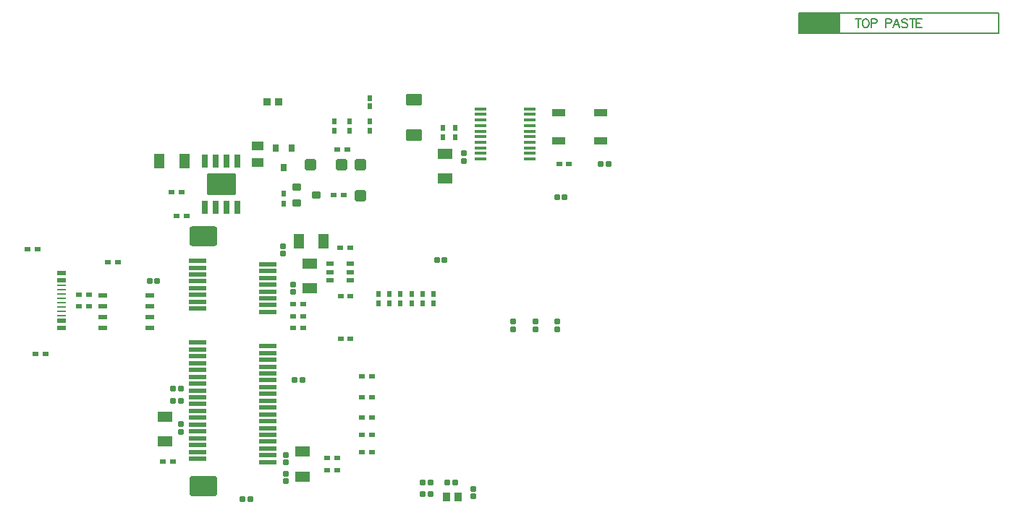
<source format=gtp>
G04*
G04 #@! TF.GenerationSoftware,Altium Limited,Altium Designer,20.0.2 (26)*
G04*
G04 Layer_Color=8421504*
%FSLAX44Y44*%
%MOMM*%
G71*
G01*
G75*
%ADD10C,0.2000*%
%ADD13C,0.1270*%
%ADD14R,4.8260X2.4130*%
%ADD15R,0.7500X0.6000*%
%ADD16R,1.8000X1.3000*%
G04:AMPARAMS|DCode=17|XSize=0.64mm|YSize=0.6mm|CornerRadius=0.045mm|HoleSize=0mm|Usage=FLASHONLY|Rotation=0.000|XOffset=0mm|YOffset=0mm|HoleType=Round|Shape=RoundedRectangle|*
%AMROUNDEDRECTD17*
21,1,0.6400,0.5100,0,0,0.0*
21,1,0.5500,0.6000,0,0,0.0*
1,1,0.0900,0.2750,-0.2550*
1,1,0.0900,-0.2750,-0.2550*
1,1,0.0900,-0.2750,0.2550*
1,1,0.0900,0.2750,0.2550*
%
%ADD17ROUNDEDRECTD17*%
G04:AMPARAMS|DCode=18|XSize=0.4mm|YSize=1.35mm|CornerRadius=0.04mm|HoleSize=0mm|Usage=FLASHONLY|Rotation=270.000|XOffset=0mm|YOffset=0mm|HoleType=Round|Shape=RoundedRectangle|*
%AMROUNDEDRECTD18*
21,1,0.4000,1.2700,0,0,270.0*
21,1,0.3200,1.3500,0,0,270.0*
1,1,0.0800,-0.6350,-0.1600*
1,1,0.0800,-0.6350,0.1600*
1,1,0.0800,0.6350,0.1600*
1,1,0.0800,0.6350,-0.1600*
%
%ADD18ROUNDEDRECTD18*%
G04:AMPARAMS|DCode=19|XSize=1.5mm|YSize=0.9mm|CornerRadius=0.0675mm|HoleSize=0mm|Usage=FLASHONLY|Rotation=180.000|XOffset=0mm|YOffset=0mm|HoleType=Round|Shape=RoundedRectangle|*
%AMROUNDEDRECTD19*
21,1,1.5000,0.7650,0,0,180.0*
21,1,1.3650,0.9000,0,0,180.0*
1,1,0.1350,-0.6825,0.3825*
1,1,0.1350,0.6825,0.3825*
1,1,0.1350,0.6825,-0.3825*
1,1,0.1350,-0.6825,-0.3825*
%
%ADD19ROUNDEDRECTD19*%
G04:AMPARAMS|DCode=20|XSize=0.64mm|YSize=0.6mm|CornerRadius=0.045mm|HoleSize=0mm|Usage=FLASHONLY|Rotation=270.000|XOffset=0mm|YOffset=0mm|HoleType=Round|Shape=RoundedRectangle|*
%AMROUNDEDRECTD20*
21,1,0.6400,0.5100,0,0,270.0*
21,1,0.5500,0.6000,0,0,270.0*
1,1,0.0900,-0.2550,-0.2750*
1,1,0.0900,-0.2550,0.2750*
1,1,0.0900,0.2550,0.2750*
1,1,0.0900,0.2550,-0.2750*
%
%ADD20ROUNDEDRECTD20*%
%ADD21R,0.6000X0.7500*%
G04:AMPARAMS|DCode=22|XSize=1.3mm|YSize=1.3mm|CornerRadius=0.13mm|HoleSize=0mm|Usage=FLASHONLY|Rotation=270.000|XOffset=0mm|YOffset=0mm|HoleType=Round|Shape=RoundedRectangle|*
%AMROUNDEDRECTD22*
21,1,1.3000,1.0400,0,0,270.0*
21,1,1.0400,1.3000,0,0,270.0*
1,1,0.2600,-0.5200,-0.5200*
1,1,0.2600,-0.5200,0.5200*
1,1,0.2600,0.5200,0.5200*
1,1,0.2600,0.5200,-0.5200*
%
%ADD22ROUNDEDRECTD22*%
G04:AMPARAMS|DCode=23|XSize=1.3mm|YSize=1.3mm|CornerRadius=0.13mm|HoleSize=0mm|Usage=FLASHONLY|Rotation=180.000|XOffset=0mm|YOffset=0mm|HoleType=Round|Shape=RoundedRectangle|*
%AMROUNDEDRECTD23*
21,1,1.3000,1.0400,0,0,180.0*
21,1,1.0400,1.3000,0,0,180.0*
1,1,0.2600,-0.5200,0.5200*
1,1,0.2600,0.5200,0.5200*
1,1,0.2600,0.5200,-0.5200*
1,1,0.2600,-0.5200,-0.5200*
%
%ADD23ROUNDEDRECTD23*%
G04:AMPARAMS|DCode=24|XSize=0.8mm|YSize=0.95mm|CornerRadius=0.06mm|HoleSize=0mm|Usage=FLASHONLY|Rotation=90.000|XOffset=0mm|YOffset=0mm|HoleType=Round|Shape=RoundedRectangle|*
%AMROUNDEDRECTD24*
21,1,0.8000,0.8300,0,0,90.0*
21,1,0.6800,0.9500,0,0,90.0*
1,1,0.1200,0.4150,0.3400*
1,1,0.1200,0.4150,-0.3400*
1,1,0.1200,-0.4150,-0.3400*
1,1,0.1200,-0.4150,0.3400*
%
%ADD24ROUNDEDRECTD24*%
%ADD25R,0.8500X0.9500*%
%ADD26R,1.4000X1.1200*%
G04:AMPARAMS|DCode=27|XSize=0.7mm|YSize=0.5mm|CornerRadius=0.0375mm|HoleSize=0mm|Usage=FLASHONLY|Rotation=90.000|XOffset=0mm|YOffset=0mm|HoleType=Round|Shape=RoundedRectangle|*
%AMROUNDEDRECTD27*
21,1,0.7000,0.4250,0,0,90.0*
21,1,0.6250,0.5000,0,0,90.0*
1,1,0.0750,0.2125,0.3125*
1,1,0.0750,0.2125,-0.3125*
1,1,0.0750,-0.2125,-0.3125*
1,1,0.0750,-0.2125,0.3125*
%
%ADD27ROUNDEDRECTD27*%
G04:AMPARAMS|DCode=28|XSize=2mm|YSize=0.59mm|CornerRadius=0.0738mm|HoleSize=0mm|Usage=FLASHONLY|Rotation=0.000|XOffset=0mm|YOffset=0mm|HoleType=Round|Shape=RoundedRectangle|*
%AMROUNDEDRECTD28*
21,1,2.0000,0.4425,0,0,0.0*
21,1,1.8525,0.5900,0,0,0.0*
1,1,0.1475,0.9262,-0.2213*
1,1,0.1475,-0.9262,-0.2213*
1,1,0.1475,-0.9262,0.2213*
1,1,0.1475,0.9262,0.2213*
%
%ADD28ROUNDEDRECTD28*%
G04:AMPARAMS|DCode=29|XSize=3.2mm|YSize=2.3mm|CornerRadius=0.23mm|HoleSize=0mm|Usage=FLASHONLY|Rotation=0.000|XOffset=0mm|YOffset=0mm|HoleType=Round|Shape=RoundedRectangle|*
%AMROUNDEDRECTD29*
21,1,3.2000,1.8400,0,0,0.0*
21,1,2.7400,2.3000,0,0,0.0*
1,1,0.4600,1.3700,-0.9200*
1,1,0.4600,-1.3700,-0.9200*
1,1,0.4600,-1.3700,0.9200*
1,1,0.4600,1.3700,0.9200*
%
%ADD29ROUNDEDRECTD29*%
G04:AMPARAMS|DCode=30|XSize=3.2mm|YSize=2.3mm|CornerRadius=0.1725mm|HoleSize=0mm|Usage=FLASHONLY|Rotation=0.000|XOffset=0mm|YOffset=0mm|HoleType=Round|Shape=RoundedRectangle|*
%AMROUNDEDRECTD30*
21,1,3.2000,1.9550,0,0,0.0*
21,1,2.8550,2.3000,0,0,0.0*
1,1,0.3450,1.4275,-0.9775*
1,1,0.3450,-1.4275,-0.9775*
1,1,0.3450,-1.4275,0.9775*
1,1,0.3450,1.4275,0.9775*
%
%ADD30ROUNDEDRECTD30*%
G04:AMPARAMS|DCode=31|XSize=1.8mm|YSize=1.35mm|CornerRadius=0.1013mm|HoleSize=0mm|Usage=FLASHONLY|Rotation=0.000|XOffset=0mm|YOffset=0mm|HoleType=Round|Shape=RoundedRectangle|*
%AMROUNDEDRECTD31*
21,1,1.8000,1.1475,0,0,0.0*
21,1,1.5975,1.3500,0,0,0.0*
1,1,0.2025,0.7988,-0.5738*
1,1,0.2025,-0.7988,-0.5738*
1,1,0.2025,-0.7988,0.5738*
1,1,0.2025,0.7988,0.5738*
%
%ADD31ROUNDEDRECTD31*%
%ADD32R,0.9000X1.0000*%
G04:AMPARAMS|DCode=33|XSize=0.9mm|YSize=0.5mm|CornerRadius=0.05mm|HoleSize=0mm|Usage=FLASHONLY|Rotation=180.000|XOffset=0mm|YOffset=0mm|HoleType=Round|Shape=RoundedRectangle|*
%AMROUNDEDRECTD33*
21,1,0.9000,0.4000,0,0,180.0*
21,1,0.8000,0.5000,0,0,180.0*
1,1,0.1000,-0.4000,0.2000*
1,1,0.1000,0.4000,0.2000*
1,1,0.1000,0.4000,-0.2000*
1,1,0.1000,-0.4000,-0.2000*
%
%ADD33ROUNDEDRECTD33*%
%ADD34R,0.8000X0.9500*%
G04:AMPARAMS|DCode=35|XSize=2.5mm|YSize=3.4mm|CornerRadius=0.125mm|HoleSize=0mm|Usage=FLASHONLY|Rotation=90.000|XOffset=0mm|YOffset=0mm|HoleType=Round|Shape=RoundedRectangle|*
%AMROUNDEDRECTD35*
21,1,2.5000,3.1500,0,0,90.0*
21,1,2.2500,3.4000,0,0,90.0*
1,1,0.2500,1.5750,1.1250*
1,1,0.2500,1.5750,-1.1250*
1,1,0.2500,-1.5750,-1.1250*
1,1,0.2500,-1.5750,1.1250*
%
%ADD35ROUNDEDRECTD35*%
G04:AMPARAMS|DCode=36|XSize=1.55mm|YSize=0.6mm|CornerRadius=0.03mm|HoleSize=0mm|Usage=FLASHONLY|Rotation=90.000|XOffset=0mm|YOffset=0mm|HoleType=Round|Shape=RoundedRectangle|*
%AMROUNDEDRECTD36*
21,1,1.5500,0.5400,0,0,90.0*
21,1,1.4900,0.6000,0,0,90.0*
1,1,0.0600,0.2700,0.7450*
1,1,0.0600,0.2700,-0.7450*
1,1,0.0600,-0.2700,-0.7450*
1,1,0.0600,-0.2700,0.7450*
%
%ADD36ROUNDEDRECTD36*%
%ADD37R,1.3000X1.8000*%
G04:AMPARAMS|DCode=38|XSize=1.1mm|YSize=0.5mm|CornerRadius=0.0625mm|HoleSize=0mm|Usage=FLASHONLY|Rotation=0.000|XOffset=0mm|YOffset=0mm|HoleType=Round|Shape=RoundedRectangle|*
%AMROUNDEDRECTD38*
21,1,1.1000,0.3750,0,0,0.0*
21,1,0.9750,0.5000,0,0,0.0*
1,1,0.1250,0.4875,-0.1875*
1,1,0.1250,-0.4875,-0.1875*
1,1,0.1250,-0.4875,0.1875*
1,1,0.1250,0.4875,0.1875*
%
%ADD38ROUNDEDRECTD38*%
%ADD39R,1.0000X0.5900*%
%ADD40R,1.0000X0.2900*%
G54D10*
X1940325Y1589188D02*
X2174005D01*
X1940325Y1565058D02*
Y1589188D01*
Y1565058D02*
X2174005D01*
Y1589188D01*
G54D13*
X2009751Y1582074D02*
Y1571916D01*
X2006365Y1582074D02*
X2013137D01*
X2017249D02*
X2016281Y1581590D01*
X2015314Y1580623D01*
X2014830Y1579655D01*
X2014346Y1578204D01*
Y1575786D01*
X2014830Y1574335D01*
X2015314Y1573367D01*
X2016281Y1572400D01*
X2017249Y1571916D01*
X2019184D01*
X2020151Y1572400D01*
X2021118Y1573367D01*
X2021602Y1574335D01*
X2022086Y1575786D01*
Y1578204D01*
X2021602Y1579655D01*
X2021118Y1580623D01*
X2020151Y1581590D01*
X2019184Y1582074D01*
X2017249D01*
X2024456Y1576753D02*
X2028809D01*
X2030260Y1577237D01*
X2030744Y1577720D01*
X2031228Y1578688D01*
Y1580139D01*
X2030744Y1581106D01*
X2030260Y1581590D01*
X2028809Y1582074D01*
X2024456D01*
Y1571916D01*
X2041482Y1576753D02*
X2045836D01*
X2047287Y1577237D01*
X2047771Y1577720D01*
X2048254Y1578688D01*
Y1580139D01*
X2047771Y1581106D01*
X2047287Y1581590D01*
X2045836Y1582074D01*
X2041482D01*
Y1571916D01*
X2058267D02*
X2054397Y1582074D01*
X2050528Y1571916D01*
X2051979Y1575302D02*
X2056816D01*
X2067409Y1580623D02*
X2066442Y1581590D01*
X2064991Y1582074D01*
X2063056D01*
X2061604Y1581590D01*
X2060637Y1580623D01*
Y1579655D01*
X2061121Y1578688D01*
X2061604Y1578204D01*
X2062572Y1577720D01*
X2065474Y1576753D01*
X2066442Y1576269D01*
X2066925Y1575786D01*
X2067409Y1574818D01*
Y1573367D01*
X2066442Y1572400D01*
X2064991Y1571916D01*
X2063056D01*
X2061604Y1572400D01*
X2060637Y1573367D01*
X2073068Y1582074D02*
Y1571916D01*
X2069682Y1582074D02*
X2076454D01*
X2083952D02*
X2077664D01*
Y1571916D01*
X2083952D01*
X2077664Y1577237D02*
X2081533D01*
G54D14*
X1964455Y1577123D02*
D03*
G54D15*
X1407250Y1375500D02*
D03*
X1395750D02*
D03*
X1400250Y1429250D02*
D03*
X1411750D02*
D03*
X1440250Y1138150D02*
D03*
X1428750D02*
D03*
X1440250Y1162750D02*
D03*
X1428750D02*
D03*
X1659750Y1412000D02*
D03*
X1671250D02*
D03*
X1196350Y1062800D02*
D03*
X1207850D02*
D03*
X1037750Y1312500D02*
D03*
X1049250D02*
D03*
X1404000Y1257000D02*
D03*
X1415500D02*
D03*
X1440250Y1114500D02*
D03*
X1428750D02*
D03*
X1440250Y1094500D02*
D03*
X1428750D02*
D03*
X1440250Y1074500D02*
D03*
X1428750D02*
D03*
X1388500Y1053000D02*
D03*
X1400000D02*
D03*
X1388500Y1067250D02*
D03*
X1400000D02*
D03*
X1360250Y1247500D02*
D03*
X1348750D02*
D03*
X1360250Y1233750D02*
D03*
X1348750D02*
D03*
X1360250Y1220000D02*
D03*
X1348750D02*
D03*
X1404000Y1207000D02*
D03*
X1415500D02*
D03*
X1218000Y1378750D02*
D03*
X1206500D02*
D03*
X1223750Y1350750D02*
D03*
X1212250D02*
D03*
X1143250Y1297000D02*
D03*
X1131750D02*
D03*
X1097750Y1258500D02*
D03*
X1109250D02*
D03*
X1097750Y1245250D02*
D03*
X1109250D02*
D03*
X1047250Y1189000D02*
D03*
X1058750D02*
D03*
X1403750Y1313500D02*
D03*
X1415250D02*
D03*
G54D16*
X1525750Y1395000D02*
D03*
Y1424000D02*
D03*
X1359750Y1074750D02*
D03*
Y1045750D02*
D03*
X1367900Y1266200D02*
D03*
Y1295200D02*
D03*
X1198250Y1086750D02*
D03*
Y1115750D02*
D03*
G54D17*
X1548000Y1424400D02*
D03*
Y1415600D02*
D03*
X1559500Y1022350D02*
D03*
Y1031150D02*
D03*
X1339500Y1048900D02*
D03*
Y1040100D02*
D03*
X1339500Y1062100D02*
D03*
Y1070900D02*
D03*
X1348100Y1261800D02*
D03*
Y1270600D02*
D03*
X1336250Y1307100D02*
D03*
Y1315900D02*
D03*
X1217250Y1098100D02*
D03*
Y1106900D02*
D03*
X1657250Y1227150D02*
D03*
Y1218350D02*
D03*
X1606000Y1227150D02*
D03*
Y1218350D02*
D03*
X1631750Y1227150D02*
D03*
Y1218350D02*
D03*
G54D18*
X1625000Y1476500D02*
D03*
Y1470000D02*
D03*
Y1463500D02*
D03*
Y1457000D02*
D03*
Y1450500D02*
D03*
Y1444000D02*
D03*
Y1437500D02*
D03*
Y1431000D02*
D03*
Y1424500D02*
D03*
Y1418000D02*
D03*
X1567500D02*
D03*
Y1424500D02*
D03*
Y1431000D02*
D03*
Y1437500D02*
D03*
Y1444000D02*
D03*
Y1450500D02*
D03*
Y1457000D02*
D03*
Y1463500D02*
D03*
Y1470000D02*
D03*
Y1476500D02*
D03*
G54D19*
X1708500Y1439000D02*
D03*
X1659500D02*
D03*
X1708500Y1472000D02*
D03*
X1659500D02*
D03*
G54D20*
X1717250Y1411750D02*
D03*
X1708450D02*
D03*
X1529100Y1038500D02*
D03*
X1537900D02*
D03*
X1508900Y1025000D02*
D03*
X1500100D02*
D03*
X1508900Y1038500D02*
D03*
X1500100D02*
D03*
X1350400Y1158700D02*
D03*
X1359200D02*
D03*
X1298100Y1019000D02*
D03*
X1289300D02*
D03*
X1216900Y1148500D02*
D03*
X1208100D02*
D03*
X1216900Y1134000D02*
D03*
X1208100D02*
D03*
X1189400Y1275250D02*
D03*
X1180600D02*
D03*
X1657100Y1372750D02*
D03*
X1665900D02*
D03*
X1525650Y1299250D02*
D03*
X1516850D02*
D03*
G54D21*
X1538000Y1454750D02*
D03*
Y1443250D02*
D03*
X1524000D02*
D03*
Y1454750D02*
D03*
X1448000Y1260000D02*
D03*
Y1248500D02*
D03*
X1500000Y1260000D02*
D03*
Y1248500D02*
D03*
X1513000Y1260000D02*
D03*
Y1248500D02*
D03*
X1474000Y1260000D02*
D03*
Y1248500D02*
D03*
X1487000Y1260000D02*
D03*
Y1248500D02*
D03*
X1461000Y1260000D02*
D03*
Y1248500D02*
D03*
X1437750Y1450750D02*
D03*
Y1462250D02*
D03*
X1337750Y1365500D02*
D03*
Y1377000D02*
D03*
X1414000Y1462250D02*
D03*
Y1450750D02*
D03*
X1397000Y1462250D02*
D03*
Y1450750D02*
D03*
G54D22*
X1427000Y1374750D02*
D03*
Y1410750D02*
D03*
G54D23*
X1368750Y1410750D02*
D03*
X1404750D02*
D03*
G54D24*
X1375750Y1375750D02*
D03*
X1352750Y1366250D02*
D03*
Y1385250D02*
D03*
G54D25*
X1331250Y1485000D02*
D03*
X1318250D02*
D03*
G54D26*
X1307000Y1414100D02*
D03*
Y1432900D02*
D03*
G54D27*
X1437750Y1489350D02*
D03*
Y1480150D02*
D03*
G54D28*
X1237000Y1298500D02*
D03*
X1319000Y1294500D02*
D03*
X1237000Y1290500D02*
D03*
X1319000Y1286500D02*
D03*
X1237000Y1282500D02*
D03*
X1319000Y1278500D02*
D03*
X1237000Y1274500D02*
D03*
X1319000Y1270500D02*
D03*
X1237000Y1266500D02*
D03*
X1319000Y1262500D02*
D03*
X1237000Y1258500D02*
D03*
X1319000Y1254500D02*
D03*
X1237000Y1250500D02*
D03*
X1319000Y1246500D02*
D03*
X1237000Y1242500D02*
D03*
X1319000Y1238500D02*
D03*
X1237000Y1202500D02*
D03*
X1319000Y1198500D02*
D03*
X1237000Y1194500D02*
D03*
X1319000Y1190500D02*
D03*
X1237000Y1186500D02*
D03*
X1319000Y1182500D02*
D03*
X1237000Y1178500D02*
D03*
X1319000Y1174500D02*
D03*
X1237000Y1170500D02*
D03*
X1319000Y1166500D02*
D03*
X1237000Y1162500D02*
D03*
X1319000Y1158500D02*
D03*
X1237000Y1154500D02*
D03*
X1319000Y1150500D02*
D03*
X1237000Y1146500D02*
D03*
X1319000Y1142500D02*
D03*
X1237000Y1138500D02*
D03*
X1319000Y1134500D02*
D03*
X1237000Y1130500D02*
D03*
X1319000Y1126500D02*
D03*
X1237000Y1122500D02*
D03*
X1319000Y1118500D02*
D03*
X1237000Y1114500D02*
D03*
X1319000Y1110500D02*
D03*
X1237000Y1106500D02*
D03*
X1319000Y1102500D02*
D03*
X1237000Y1098500D02*
D03*
X1319000Y1094500D02*
D03*
X1237000Y1090500D02*
D03*
X1319000Y1086500D02*
D03*
X1237000Y1082500D02*
D03*
X1319000Y1078500D02*
D03*
X1237000Y1074500D02*
D03*
X1319000Y1070500D02*
D03*
X1237000Y1066500D02*
D03*
X1319000Y1062500D02*
D03*
G54D29*
X1243000Y1327000D02*
D03*
G54D30*
Y1034000D02*
D03*
G54D31*
X1490000Y1487750D02*
D03*
Y1446250D02*
D03*
G54D32*
X1541750Y1022000D02*
D03*
X1528250D02*
D03*
G54D33*
X1391500Y1285250D02*
D03*
Y1275750D02*
D03*
Y1294750D02*
D03*
X1415500Y1285250D02*
D03*
Y1275750D02*
D03*
Y1294750D02*
D03*
G54D34*
X1347000Y1430750D02*
D03*
X1328000D02*
D03*
X1337500Y1407750D02*
D03*
G54D35*
X1264250Y1388000D02*
D03*
G54D36*
X1245200Y1361000D02*
D03*
X1257900D02*
D03*
X1270600D02*
D03*
X1283300D02*
D03*
Y1415000D02*
D03*
X1270600D02*
D03*
X1257900D02*
D03*
X1245200D02*
D03*
G54D37*
X1192000D02*
D03*
X1221000D02*
D03*
X1383750Y1321500D02*
D03*
X1354750D02*
D03*
G54D38*
X1125500Y1258300D02*
D03*
Y1245600D02*
D03*
Y1232900D02*
D03*
Y1220200D02*
D03*
X1180500D02*
D03*
Y1232900D02*
D03*
Y1245600D02*
D03*
Y1258300D02*
D03*
G54D39*
X1077100Y1284000D02*
D03*
Y1276000D02*
D03*
Y1228000D02*
D03*
Y1220000D02*
D03*
G54D40*
Y1269500D02*
D03*
Y1264500D02*
D03*
Y1259500D02*
D03*
Y1254500D02*
D03*
Y1249500D02*
D03*
Y1244500D02*
D03*
Y1239500D02*
D03*
Y1234500D02*
D03*
M02*

</source>
